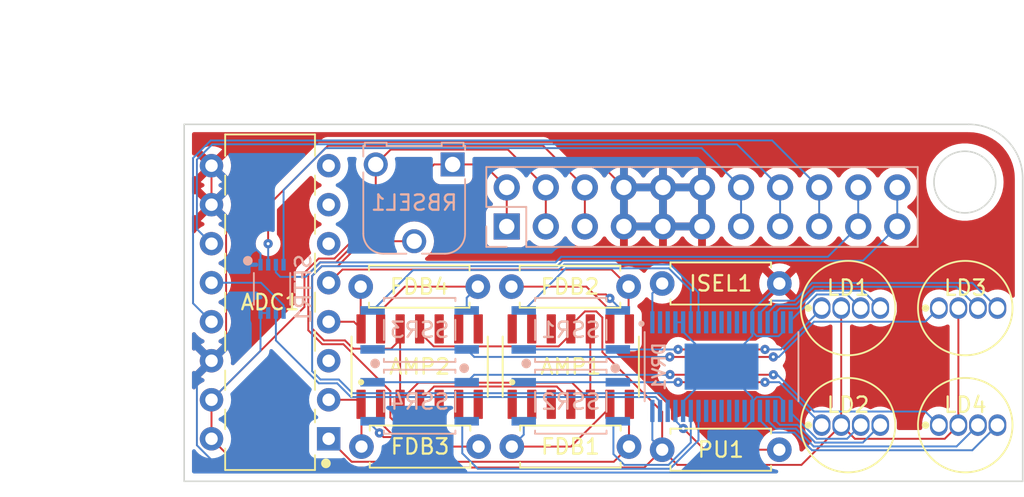
<source format=kicad_pcb>
(kicad_pcb (version 20211014) (generator pcbnew)
  (title_block (comment 4 "AISLER Project ID: TNPDERPJ"))
  (layers (0 "F.Cu" signal "Front") (31 "B.Cu" signal "Back") (34 "B.Paste" user) (35 "F.Paste" user) (36 "B.SilkS" user "B.Silkscreen") (37 "F.SilkS" user "F.Silkscreen") (38 "B.Mask" user) (39 "F.Mask" user) (44 "Edge.Cuts" user))
  (net 0 "")
  (net 3 "SPI_MOSI")
  (net 4 "SPI_MISO_5V")
  (net 5 "SPI_SCK")
  (net 6 "+5V")
  (net 7 "RB Voltage")
  (net 8 "+9V")
  (net 11 "Net-(ISEL1-Pad2)")
  (net 19 "+3V3")
  (net 20 "I2C_SDA_3V3")
  (net 21 "SPI_MISO_3V3")
  (net 22 "I2C_SDA_5V")
  (net 23 "I2C_SCL")
  (net 24 "Net-(PU1-Pad2)")
  (net 36 "Net-(ADC1-Pad1)")
  (net 37 "Net-(ADC1-Pad2)")
  (net 39 "Net-(AMP1-Pad9)")
  (net 40 "Net-(AMP1-Pad6)")
  (net 41 "Net-(AMP2-Pad2)")
  (net 48 "Net-(AMP2-Pad13)")
  (net 49 "Net-(DRV1-Pad33)")
  (net 50 "Net-(DRV1-Pad32)")
  (net 51 "/LDRow1/LD2_G")
  (net 52 "/LDRow1/LD2_B")
  (net 53 "/LDRow/LD2_G")
  (net 54 "/LDRow/LD2_B")
  (net 55 "/LDRow/LD1_B")
  (net 56 "/LDRow/LD1_G")
  (net 57 "/LDRow1/LD1_B")
  (net 58 "/LDRow1/LD1_G")
  (net 59 "Net-(DRV1-Pad7)")
  (net 60 "Net-(DRV1-Pad6)")
  (net 61 "/LDRow/LD1_R")
  (net 62 "/LDRow/LD2_R")
  (net 63 "/LDRow1/LD1_R")
  (net 64 "/LDRow1/LD2_R")
  (net 65 "GND")
  (net 67 "Net-(AMP2-Pad14)")
  (net 68 "Net-(ADC1-Pad5)")
  (footprint "Resistor - Through-Hole:footprints" (layer "F.Cu") (at 91.9226 93.599)
    (fp_text reference "FDB1")
    (fp_text value "2M" hide)
  )
  (footprint "Resistor - Through-Hole:footprints" (layer "F.Cu") (at 91.8972 83.185)
    (fp_text reference "FDB2")
    (fp_text value "2M" hide)
  )
  (footprint "RGB LED:WP154A4SEJ3VBDZGC&slash_CA" (layer "F.Cu") (at 117.602 84.582)
    (fp_text reference "LD3")
    (fp_text value "WP154A4SEJ3VBDZGC/CA" hide)
  )
  (footprint "RGB LED:WP154A4SEJ3VBDZGC&slash_CA" (layer "F.Cu") (at 109.982 92.202)
    (fp_text reference "LD2")
    (fp_text value "WP154A4SEJ3VBDZGC/CA" hide)
  )
  (footprint "Resistor - Through-Hole:footprints" (layer "F.Cu") (at 101.7016 82.9818 180)
    (fp_text reference "ISEL1")
    (fp_text value "2K" hide)
  )
  (footprint "Op-Amp:footprints" (layer "F.Cu") (at 82.1182 88.392 90)
    (fp_text reference "AMP2")
    (fp_text value "MCP619-I/SL" hide)
  )
  (footprint "RGB LED:WP154A4SEJ3VBDZGC&slash_CA" (layer "F.Cu") (at 109.982 84.582)
    (fp_text reference "LD1")
    (fp_text value "WP154A4SEJ3VBDZGC/CA" hide)
  )
  (footprint "Resistor - Through-Hole:footprints" (layer "F.Cu") (at 101.7016 93.8022)
    (fp_text reference "PU1")
    (fp_text value "10K" hide)
  )
  (footprint "ADC:MCP3008-I&slash_P" (layer "F.Cu") (at 72.39 84.201 180)
    (property "VALUE" "MCP3008-I/P-DIP16")
    (fp_text reference "ADC1")
    (fp_text value "MCU-MCP3008-I/P(DIP16-7.62MM)" hide)
  )
  (footprint "RGB LED:WP154A4SEJ3VBDZGC&slash_CA" (layer "F.Cu") (at 117.602 92.202)
    (fp_text reference "LD4")
    (fp_text value "WP154A4SEJ3VBDZGC/CA" hide)
  )
  (footprint "Op-Amp:footprints" (layer "F.Cu") (at 91.948 88.392 90)
    (fp_text reference "AMP1")
    (fp_text value "MCP619-I/SL" hide)
  )
  (footprint "Resistor - Through-Hole:footprints" (layer "F.Cu") (at 82.1436 93.599 180)
    (fp_text reference "FDB3")
    (fp_text value "2M" hide)
  )
  (footprint "Resistor - Through-Hole:footprints" (layer "F.Cu") (at 82.0928 83.185 180)
    (fp_text reference "FDB4")
    (fp_text value "2M" hide)
  )
  (footprint "Level Shifter:LSF0102DCH" (layer "B.Cu") (at 72.517 83.330163 -90)
    (fp_text reference "SFTR1")
    (fp_text value "VSSOP8_SOT765-1_NEX" hide)
  )
  (footprint "Connector_PinSocket_2.54mm:PinSocket_2x11_P2.54mm_Vertical" (layer "B.Cu") (at 87.782 79.268 -90)
    (fp_text reference "PH1" hide)
    (fp_text value "Conn_02x11_Odd_Even" hide)
  )
  (footprint "SSR:footprints" (layer "B.Cu") (at 82.1182 90.678362 180)
    (fp_text reference "SSR4")
    (fp_text value "TLP417A-TP-F" hide)
  )
  (footprint "Potentiometer_THT:Potentiometer_Runtron_RM-065_Vertical" (layer "B.Cu") (at 84.2626 75.23 180)
    (fp_text reference "RBSEL1")
    (fp_text value "100K" hide)
  )
  (footprint "SSR:footprints" (layer "B.Cu") (at 91.948 90.678362 180)
    (fp_text reference "SSR2")
    (fp_text value "TLP417A-TP-F" hide)
  )
  (footprint "SSR:footprints" (layer "B.Cu") (at 82.1182 86.004039)
    (fp_text reference "SSR3")
    (fp_text value "TLP417A-TP-F" hide)
  )
  (footprint "SSR:footprints" (layer "B.Cu") (at 91.948 86.004039)
    (fp_text reference "SSR1")
    (fp_text value "TLP417A-TP-F" hide)
  )
  (footprint "LED Driver:SOP50P640X110-39N" (layer "B.Cu") (at 101.7524 88.392 -90)
    (fp_text reference "DRV1")
    (fp_text value "PCA9956BTWY" hide)
  )
  (gr_line (start 121.3358 95.8596) (end 66.802 95.8596) (layer "Edge.Cuts") (width 0.1))
  (gr_arc (start 117.8306 72.6186) (mid 120.309151 73.645249) (end 121.3358 76.1238) (layer "Edge.Cuts") (width 0.1))
  (gr_circle (center 117.5766 76.3778) (end 119.5832 76.3778) (layer "Edge.Cuts") (width 0.1) (fill none))
  (gr_line (start 121.3358 76.1238) (end 121.3358 95.8596) (layer "Edge.Cuts") (width 0.1))
  (gr_line (start 66.802 95.8596) (end 66.802 72.6186) (layer "Edge.Cuts") (width 0.1))
  (gr_line (start 66.802 72.6186) (end 117.8306 72.6186) (layer "Edge.Cuts") (width 0.1))
  (segment (start 105.562 76.728) (end 105.562 79.268) (width 0.125) (layer "B.Cu") (net 3))
  (segment (start 67.6305 79.4415) (end 67.6305 74.917704) (width 0.125) (layer "B.Cu") (net 3))
  (segment (start 102.752 73.918) (end 105.562 76.728) (width 0.125) (layer "B.Cu") (net 3))
  (segment (start 68.630204 73.918) (end 102.752 73.918) (width 0.125) (layer "B.Cu") (net 3))
  (segment (start 67.6305 74.917704) (end 68.630204 73.918) (width 0.125) (layer "B.Cu") (net 3))
  (segment (start 68.58 80.391) (end 67.6305 79.4415) (width 0.125) (layer "B.Cu") (net 3))
  (segment (start 71.799036 82.931) (end 73.267001 84.398965) (width 0.125) (layer "B.Cu") (net 4))
  (segment (start 73.267001 84.398965) (end 73.267001 84.902164) (width 0.125) (layer "B.Cu") (net 4))
  (segment (start 68.58 82.931) (end 71.799036 82.931) (width 0.125) (layer "B.Cu") (net 4))
  (segment (start 68.58 85.471) (end 67.3805 84.2715) (width 0.125) (layer "B.Cu") (net 5))
  (segment (start 108.102 76.728) (end 108.102 79.268) (width 0.125) (layer "B.Cu") (net 5))
  (segment (start 67.3805 84.2715) (end 67.3805 74.81415) (width 0.125) (layer "B.Cu") (net 5))
  (segment (start 68.526651 73.668) (end 105.042 73.668) (width 0.125) (layer "B.Cu") (net 5))
  (segment (start 105.042 73.668) (end 108.102 76.728) (width 0.125) (layer "B.Cu") (net 5))
  (segment (start 67.3805 74.81415) (end 68.526651 73.668) (width 0.125) (layer "B.Cu") (net 5))
  (segment (start 74.6252 84.5058) (end 68.58 90.551) (width 0.125) (layer "F.Cu") (net 6))
  (segment (start 83.035138 87.0745) (end 91.1573 87.0745) (width 0.125) (layer "F.Cu") (net 6))
  (segment (start 68.58 93.091) (end 70.4505 94.9615) (width 0.125) (layer "F.Cu") (net 6))
  (segment (start 109.5356 92.202) (end 110.4246 93.091) (width 0.125) (layer "F.Cu") (net 6))
  (segment (start 93.6084 84.7995) (end 94.0005 85.1916) (width 0.125) (layer "F.Cu") (net 6))
  (segment (start 90.322 76.728) (end 90.322 79.268) (width 0.125) (layer "F.Cu") (net 6))
  (segment (start 74.6252 82.279119) (end 74.6252 84.5058) (width 0.125) (layer "F.Cu") (net 6))
  (segment (start 94.0005 87.4473) (end 97.8916 91.3384) (width 0.125) (layer "F.Cu") (net 6))
  (segment (start 98.8791 94.7897) (end 106.9479 94.7897) (width 0.125) (layer "F.Cu") (net 6))
  (segment (start 75.548119 81.3562) (end 74.6252 82.279119) (width 0.125) (layer "F.Cu") (net 6))
  (segment (start 82.1182 85.937) (end 82.1182 86.157562) (width 0.125) (layer "F.Cu") (net 6))
  (segment (start 80.2301 74.2625) (end 87.8565 74.2625) (width 0.125) (layer "F.Cu") (net 6))
  (segment (start 97.8916 93.8022) (end 98.8791 94.7897) (width 0.125) (layer "F.Cu") (net 6))
  (segment (start 82.1182 86.157562) (end 83.035138 87.0745) (width 0.125) (layer "F.Cu") (net 6))
  (segment (start 87.8565 74.2625) (end 90.322 76.728) (width 0.125) (layer "F.Cu") (net 6))
  (segment (start 116.2666 93.091) (end 117.1556 92.202) (width 0.125) (layer "F.Cu") (net 6))
  (segment (start 91.1573 87.0745) (end 91.948 86.2838) (width 0.125) (layer "F.Cu") (net 6))
  (segment (start 91.948 86.2838) (end 91.948 85.937) (width 0.125) (layer "F.Cu") (net 6))
  (segment (start 92.864938 84.7995) (end 93.6084 84.7995) (width 0.125) (layer "F.Cu") (net 6))
  (segment (start 109.5356 84.582) (end 109.5356 92.202) (width 0.125) (layer "F.Cu") (net 6))
  (segment (start 79.2626 75.23) (end 80.2301 74.2625) (width 0.125) (layer "F.Cu") (net 6))
  (segment (start 117.1556 84.582) (end 117.1556 92.202) (width 0.125) (layer "F.Cu") (net 6))
  (segment (start 76.577596 81.3562) (end 75.548119 81.3562) (width 0.125) (layer "F.Cu") (net 6))
  (segment (start 106.9479 94.7897) (end 109.5356 92.202) (width 0.125) (layer "F.Cu") (net 6))
  (segment (start 97.8916 91.3384) (end 97.8916 93.8022) (width 0.125) (layer "F.Cu") (net 6))
  (segment (start 96.7323 94.9615) (end 97.8916 93.8022) (width 0.125) (layer "F.Cu") (net 6))
  (segment (start 79.2626 78.671196) (end 79.2626 75.23) (width 0.125) (layer "F.Cu") (net 6))
  (segment (start 70.4505 94.9615) (end 96.7323 94.9615) (width 0.125) (layer "F.Cu") (net 6))
  (segment (start 110.4246 93.091) (end 116.2666 93.091) (width 0.125) (layer "F.Cu") (net 6))
  (segment (start 94.0005 85.1916) (end 94.0005 87.4473) (width 0.125) (layer "F.Cu") (net 6))
  (segment (start 91.948 85.937) (end 91.948 85.716438) (width 0.125) (layer "F.Cu") (net 6))
  (segment (start 76.577596 81.3562) (end 79.2626 78.671196) (width 0.125) (layer "F.Cu") (net 6))
  (segment (start 68.58 90.551) (end 68.58 93.091) (width 0.125) (layer "F.Cu") (net 6))
  (segment (start 91.948 85.716438) (end 92.864938 84.7995) (width 0.125) (layer "F.Cu") (net 6))
  (segment (start 97.2524 91.277) (end 97.2524 93.163) (width 0.125) (layer "B.Cu") (net 6))
  (segment (start 97.2524 93.163) (end 97.8916 93.8022) (width 0.125) (layer "B.Cu") (net 6))
  (segment (start 71.766999 87.364001) (end 71.766999 84.902164) (width 0.125) (layer "B.Cu") (net 6))
  (segment (start 71.766999 84.902164) (end 72.267 84.902164) (width 0.125) (layer "B.Cu") (net 6))
  (segment (start 68.58 90.551) (end 71.766999 87.364001) (width 0.125) (layer "B.Cu") (net 6))
  (segment (start 75.1255 85.916073) (end 75.895927 86.6865) (width 0.125) (layer "F.Cu") (net 7))
  (segment (start 92.028962 89.4374) (end 93.218 90.626438) (width 0.125) (layer "F.Cu") (net 7))
  (segment (start 93.218 90.626438) (end 93.218 90.847) (width 0.125) (layer "F.Cu") (net 7))
  (segment (start 80.264 87.2236) (end 80.8482 86.6394) (width 0.125) (layer "F.Cu") (net 7))
  (segment (start 80.8482 86.6394) (end 80.8482 85.937) (width 0.125) (layer "F.Cu") (net 7))
  (segment (start 75.754927 81.8565) (end 75.1255 82.485927) (width 0.125) (layer "F.Cu") (net 7))
  (segment (start 80.8482 85.937) (end 80.8482 90.847) (width 0.125) (layer "F.Cu") (net 7))
  (segment (start 76.784403 81.8565) (end 78.410903 80.23) (width 0.125) (layer "F.Cu") (net 7))
  (segment (start 80.8482 90.847) (end 80.8482 90.626438) (width 0.125) (layer "F.Cu") (net 7))
  (segment (start 78.410903 80.23) (end 81.7626 80.23) (width 0.125) (layer "F.Cu") (net 7))
  (segment (start 75.895927 86.6865) (end 77.261816 86.6865) (width 0.125) (layer "F.Cu") (net 7))
  (segment (start 77.261816 86.6865) (end 77.798916 87.2236) (width 0.125) (layer "F.Cu") (net 7))
  (segment (start 77.798916 87.2236) (end 80.264 87.2236) (width 0.125) (layer "F.Cu") (net 7))
  (segment (start 76.784403 81.8565) (end 75.754927 81.8565) (width 0.125) (layer "F.Cu") (net 7))
  (segment (start 80.8482 90.626438) (end 82.037238 89.4374) (width 0.125) (layer "F.Cu") (net 7))
  (segment (start 82.037238 89.4374) (end 92.028962 89.4374) (width 0.125) (layer "F.Cu") (net 7))
  (segment (start 93.218 85.937) (end 93.218 90.847) (width 0.125) (layer "F.Cu") (net 7))
  (segment (start 75.1255 82.485927) (end 75.1255 85.916073) (width 0.125) (layer "F.Cu") (net 7))
  (segment (start 83.057349 75.23) (end 84.2626 75.23) (width 0.125) (layer "F.Cu") (net 8))
  (segment (start 81.2181 91.9845) (end 82.1182 91.0844) (width 0.125) (layer "F.Cu") (net 8))
  (segment (start 76.681149 81.6062) (end 83.057349 75.23) (width 0.125) (layer "F.Cu") (net 8))
  (segment (start 83.057238 89.6874) (end 91.0336 89.6874) (width 0.125) (layer "F.Cu") (net 8))
  (segment (start 91.948 90.6018) (end 91.948 90.847) (width 0.125) (layer "F.Cu") (net 8))
  (segment (start 80.2132 91.702562) (end 80.495138 91.9845) (width 0.125) (layer "F.Cu") (net 8))
  (segment (start 82.1182 90.626438) (end 83.057238 89.6874) (width 0.125) (layer "F.Cu") (net 8))
  (segment (start 91.0336 89.6874) (end 91.948 90.6018) (width 0.125) (layer "F.Cu") (net 8))
  (segment (start 84.2626 75.23) (end 86.284 75.23) (width 0.125) (layer "F.Cu") (net 8))
  (segment (start 76.681149 81.6062) (end 75.651674 81.6062) (width 0.125) (layer "F.Cu") (net 8))
  (segment (start 86.284 75.23) (end 87.782 76.728) (width 0.125) (layer "F.Cu") (net 8))
  (segment (start 80.2132 89.991438) (end 80.2132 91.702562) (width 0.125) (layer "F.Cu") (net 8))
  (segment (start 74.8755 82.382374) (end 74.8755 86.0261) (width 0.125) (layer "F.Cu") (net 8))
  (segment (start 77.158262 86.9365) (end 80.2132 89.991438) (width 0.125) (layer "F.Cu") (net 8))
  (segment (start 75.651674 81.6062) (end 74.8755 82.382374) (width 0.125) (layer "F.Cu") (net 8))
  (segment (start 82.1182 91.0844) (end 82.1182 90.847) (width 0.125) (layer "F.Cu") (net 8))
  (segment (start 74.8755 86.0261) (end 75.7859 86.9365) (width 0.125) (layer "F.Cu") (net 8))
  (segment (start 75.7859 86.9365) (end 77.158262 86.9365) (width 0.125) (layer "F.Cu") (net 8))
  (segment (start 80.495138 91.9845) (end 81.2181 91.9845) (width 0.125) (layer "F.Cu") (net 8))
  (segment (start 82.1182 90.847) (end 82.1182 90.626438) (width 0.125) (layer "F.Cu") (net 8))
  (segment (start 87.782 76.728) (end 87.782 79.268) (width 0.125) (layer "F.Cu") (net 8))
  (segment (start 97.2524 83.621) (end 97.8916 82.9818) (width 0.125) (layer "B.Cu") (net 11))
  (segment (start 97.2524 85.507) (end 97.2524 83.621) (width 0.125) (layer "B.Cu") (net 11))
  (segment (start 76.155704 74.0125) (end 90.1465 74.0125) (width 0.125) (layer "F.Cu") (net 19))
  (segment (start 90.1465 74.0125) (end 92.862 76.728) (width 0.125) (layer "F.Cu") (net 19))
  (segment (start 72.263 77.905204) (end 76.155704 74.0125) (width 0.125) (layer "F.Cu") (net 19))
  (segment (start 72.263 80.391) (end 72.263 77.905204) (width 0.125) (layer "F.Cu") (net 19))
  (segment (start 92.862 76.728) (end 92.862 79.268) (width 0.125) (layer "F.Cu") (net 19))
  (via (at 72.263 80.391) (size 0.6) (drill 0.2) (layers "F.Cu" "B.Cu") (net 19))
  (segment (start 72.267 80.395) (end 72.263 80.391) (width 0.125) (layer "B.Cu") (net 19))
  (segment (start 72.267 81.758162) (end 72.267 80.395) (width 0.125) (layer "B.Cu") (net 19))
  (segment (start 108.6657 81.2443) (end 110.642 79.268) (width 0.125) (layer "B.Cu") (net 20))
  (segment (start 72.767 81.758162) (end 72.767 82.261361) (width 0.125) (layer "B.Cu") (net 20))
  (segment (start 91.31638 81.2443) (end 108.6657 81.2443) (width 0.125) (layer "B.Cu") (net 20))
  (segment (start 74.707873 82.55) (end 75.651373 81.6065) (width 0.125) (layer "B.Cu") (net 20))
  (segment (start 110.642 79.268) (end 110.642 76.728) (width 0.125) (layer "B.Cu") (net 20))
  (segment (start 75.651373 81.6065) (end 90.954179 81.6065) (width 0.125) (layer "B.Cu") (net 20))
  (segment (start 72.767 82.261361) (end 73.055639 82.55) (width 0.125) (layer "B.Cu") (net 20))
  (segment (start 73.055639 82.55) (end 74.707873 82.55) (width 0.125) (layer "B.Cu") (net 20))
  (segment (start 90.954179 81.6065) (end 91.31638 81.2443) (width 0.125) (layer "B.Cu") (net 20))
  (segment (start 100.462 74.168) (end 103.022 76.728) (width 0.125) (layer "B.Cu") (net 21))
  (segment (start 73.267001 76.901203) (end 76.000204 74.168) (width 0.125) (layer "B.Cu") (net 21))
  (segment (start 76.000204 74.168) (end 100.462 74.168) (width 0.125) (layer "B.Cu") (net 21))
  (segment (start 73.267001 81.758162) (end 73.267001 76.901203) (width 0.125) (layer "B.Cu") (net 21))
  (segment (start 103.022 76.728) (end 103.022 79.268) (width 0.125) (layer "B.Cu") (net 21))
  (segment (start 77.6478 90.3732) (end 76.7548 89.4802) (width 0.125) (layer "B.Cu") (net 22))
  (segment (start 72.767 86.6862) (end 72.767 84.902164) (width 0.125) (layer "B.Cu") (net 22))
  (segment (start 97.7524 91.277) (end 97.7524 90.663316) (width 0.125) (layer "B.Cu") (net 22))
  (segment (start 76.7548 89.4802) (end 75.561 89.4802) (width 0.125) (layer "B.Cu") (net 22))
  (segment (start 97.046216 90.3695) (end 97.042516 90.3732) (width 0.125) (layer "B.Cu") (net 22))
  (segment (start 97.7524 90.663316) (end 97.458584 90.3695) (width 0.125) (layer "B.Cu") (net 22))
  (segment (start 75.561 89.4802) (end 72.767 86.6862) (width 0.125) (layer "B.Cu") (net 22))
  (segment (start 97.458584 90.3695) (end 97.046216 90.3695) (width 0.125) (layer "B.Cu") (net 22))
  (segment (start 97.042516 90.3732) (end 77.6478 90.3732) (width 0.125) (layer "B.Cu") (net 22))
  (segment (start 75.1255 88.691146) (end 75.1255 82.485927) (width 0.125) (layer "B.Cu") (net 23))
  (segment (start 97.708584 90.1195) (end 95.7109 90.1195) (width 0.125) (layer "B.Cu") (net 23))
  (segment (start 91.057732 81.8565) (end 91.419933 81.4943) (width 0.125) (layer "B.Cu") (net 23))
  (segment (start 91.419933 81.4943) (end 110.9557 81.4943) (width 0.125) (layer "B.Cu") (net 23))
  (segment (start 77.751354 90.1232) (end 76.858353 89.2302) (width 0.125) (layer "B.Cu") (net 23))
  (segment (start 75.664554 89.2302) (end 75.1255 88.691146) (width 0.125) (layer "B.Cu") (net 23))
  (segment (start 76.858353 89.2302) (end 75.664554 89.2302) (width 0.125) (layer "B.Cu") (net 23))
  (segment (start 98.2524 91.277) (end 98.2524 90.663316) (width 0.125) (layer "B.Cu") (net 23))
  (segment (start 75.1255 82.485927) (end 75.754927 81.8565) (width 0.125) (layer "B.Cu") (net 23))
  (segment (start 113.182 76.728) (end 113.182 79.268) (width 0.125) (layer "B.Cu") (net 23))
  (segment (start 95.7109 90.1195) (end 95.7072 90.1232) (width 0.125) (layer "B.Cu") (net 23))
  (segment (start 95.7072 90.1232) (end 77.751354 90.1232) (width 0.125) (layer "B.Cu") (net 23))
  (segment (start 110.9557 81.4943) (end 113.182 79.268) (width 0.125) (layer "B.Cu") (net 23))
  (segment (start 98.2524 90.663316) (end 97.708584 90.1195) (width 0.125) (layer "B.Cu") (net 23))
  (segment (start 75.754927 81.8565) (end 91.057732 81.8565) (width 0.125) (layer "B.Cu") (net 23))
  (segment (start 100.6461 93.8022) (end 105.5116 93.8022) (width 0.125) (layer "F.Cu") (net 24))
  (segment (start 99.2654 92.4215) (end 100.6461 93.8022) (width 0.125) (layer "F.Cu") (net 24))
  (via (at 99.2654 92.4215) (size 0.6) (drill 0.2) (layers "F.Cu" "B.Cu") (net 24))
  (segment (start 98.7524 91.9085) (end 99.2654 92.4215) (width 0.125) (layer "B.Cu") (net 24))
  (segment (start 98.7524 91.277) (end 98.7524 91.9085) (width 0.125) (layer "B.Cu") (net 24))
  (segment (start 76.2 93.091) (end 77.6955 94.5865) (width 0.125) (layer "F.Cu") (net 36))
  (segment (start 95.7326 90.8724) (end 95.7326 93.599) (width 0.125) (layer "F.Cu") (net 36))
  (segment (start 95.758 90.847) (end 95.7326 90.8724) (width 0.125) (layer "F.Cu") (net 36))
  (segment (start 77.6955 94.5865) (end 94.7451 94.5865) (width 0.125) (layer "F.Cu") (net 36))
  (segment (start 94.7451 94.5865) (end 95.7326 93.599) (width 0.125) (layer "F.Cu") (net 36))
  (segment (start 78.0122 90.551) (end 76.2 90.551) (width 0.125) (layer "F.Cu") (net 37))
  (segment (start 78.3082 90.847) (end 78.3336 90.8724) (width 0.125) (layer "F.Cu") (net 37))
  (segment (start 78.3336 90.8724) (end 78.3336 93.599) (width 0.125) (layer "F.Cu") (net 37))
  (segment (start 78.3082 90.847) (end 78.0122 90.551) (width 0.125) (layer "F.Cu") (net 37))
  (segment (start 94.488 84.709) (end 93.472 83.693) (width 0.125) (layer "F.Cu") (net 39))
  (segment (start 94.234 83.693) (end 93.472 83.693) (width 0.125) (layer "F.Cu") (net 39))
  (segment (start 94.488 83.947) (end 94.234 83.693) (width 0.125) (layer "F.Cu") (net 39))
  (segment (start 94.488 85.937) (end 94.488 84.709) (width 0.125) (layer "F.Cu") (net 39))
  (segment (start 92.964 83.185) (end 88.0872 83.185) (width 0.125) (layer "F.Cu") (net 39))
  (segment (start 93.472 83.693) (end 92.964 83.185) (width 0.125) (layer "F.Cu") (net 39))
  (via (at 94.488 83.947) (size 0.6) (drill 0.2) (layers "F.Cu" "B.Cu") (net 39))
  (segment (start 95.0087 84.734039) (end 95.0087 84.4677) (width 0.125) (layer "B.Cu") (net 39))
  (segment (start 95.0087 84.4677) (end 94.488 83.947) (width 0.125) (layer "B.Cu") (net 39))
  (segment (start 94.488 90.847) (end 94.488 91.067562) (width 0.125) (layer "F.Cu") (net 40))
  (segment (start 91.956562 93.599) (end 88.1126 93.599) (width 0.125) (layer "F.Cu") (net 40))
  (segment (start 94.488 91.067562) (end 91.956562 93.599) (width 0.125) (layer "F.Cu") (net 40))
  (segment (start 88.8873 92.8243) (end 88.1126 93.599) (width 0.125) (layer "B.Cu") (net 40))
  (segment (start 88.8873 91.948362) (end 88.8873 92.8243) (width 0.125) (layer "B.Cu") (net 40))
  (segment (start 80.503159 92.978841) (end 81.123319 93.599) (width 0.125) (layer "F.Cu") (net 41))
  (segment (start 79.770841 92.978841) (end 80.503159 92.978841) (width 0.125) (layer "F.Cu") (net 41))
  (segment (start 79.502 92.71) (end 79.770841 92.978841) (width 0.125) (layer "F.Cu") (net 41))
  (segment (start 81.123319 93.599) (end 85.9536 93.599) (width 0.125) (layer "F.Cu") (net 41))
  (segment (start 79.5782 90.847) (end 79.5782 92.053881) (width 0.125) (layer "F.Cu") (net 41))
  (segment (start 79.5782 92.053881) (end 80.503159 92.978841) (width 0.125) (layer "F.Cu") (net 41))
  (via (at 79.502 92.71) (size 0.6) (drill 0.2) (layers "F.Cu" "B.Cu") (net 41))
  (segment (start 79.0575 91.948362) (end 79.0575 92.2655) (width 0.125) (layer "B.Cu") (net 41))
  (segment (start 79.0575 92.2655) (end 79.502 92.71) (width 0.125) (layer "B.Cu") (net 41))
  (segment (start 79.5782 84.7598) (end 81.153 83.185) (width 0.125) (layer "F.Cu") (net 48))
  (segment (start 81.153 83.185) (end 85.9028 83.185) (width 0.125) (layer "F.Cu") (net 48))
  (segment (start 79.5782 85.937) (end 79.5782 84.7598) (width 0.125) (layer "F.Cu") (net 48))
  (segment (start 85.9028 83.185) (end 85.1789 83.9089) (width 0.125) (layer "B.Cu") (net 48))
  (segment (start 85.1789 83.9089) (end 85.1789 84.734039) (width 0.125) (layer "B.Cu") (net 48))
  (segment (start 94.7197 92.237362) (end 95.0087 91.948362) (width 0.125) (layer "B.Cu") (net 49))
  (segment (start 95.4247 94.7897) (end 94.7197 94.0847) (width 0.125) (layer "B.Cu") (net 49))
  (segment (start 99.7524 93.337936) (end 98.300636 94.7897) (width 0.125) (layer "B.Cu") (net 49))
  (segment (start 94.7197 94.0847) (end 94.7197 92.237362) (width 0.125) (layer "B.Cu") (net 49))
  (segment (start 99.7524 91.277) (end 99.7524 93.337936) (width 0.125) (layer "B.Cu") (net 49))
  (segment (start 98.300636 94.7897) (end 95.4247 94.7897) (width 0.125) (layer "B.Cu") (net 49))
  (segment (start 85.1789 91.948362) (end 84.8899 92.237362) (width 0.125) (layer "B.Cu") (net 50))
  (segment (start 84.8899 94.0339) (end 85.8957 95.0397) (width 0.125) (layer "B.Cu") (net 50))
  (segment (start 84.8899 92.237362) (end 84.8899 94.0339) (width 0.125) (layer "B.Cu") (net 50))
  (segment (start 85.8957 95.0397) (end 98.40419 95.0397) (width 0.125) (layer "B.Cu") (net 50))
  (segment (start 100.2524 93.19149) (end 100.2524 91.277) (width 0.125) (layer "B.Cu") (net 50))
  (segment (start 98.40419 95.0397) (end 100.2524 93.19149) (width 0.125) (layer "B.Cu") (net 50))
  (segment (start 106.48705 92.6845) (end 107.640553 93.838) (width 0.125) (layer "B.Cu") (net 51))
  (segment (start 104.2524 91.277) (end 104.2524 91.890684) (width 0.125) (layer "B.Cu") (net 51))
  (segment (start 107.640553 93.838) (end 118.0596 93.838) (width 0.125) (layer "B.Cu") (net 51))
  (segment (start 105.046216 92.6845) (end 106.48705 92.6845) (width 0.125) (layer "B.Cu") (net 51))
  (segment (start 104.2524 91.890684) (end 105.046216 92.6845) (width 0.125) (layer "B.Cu") (net 51))
  (segment (start 118.0596 93.838) (end 119.6956 92.202) (width 0.125) (layer "B.Cu") (net 51))
  (segment (start 104.7524 91.277) (end 104.7524 91.890684) (width 0.125) (layer "B.Cu") (net 52))
  (segment (start 104.7524 91.890684) (end 105.296216 92.4345) (width 0.125) (layer "B.Cu") (net 52))
  (segment (start 106.590604 92.4345) (end 107.744106 93.588) (width 0.125) (layer "B.Cu") (net 52))
  (segment (start 105.296216 92.4345) (end 106.590604 92.4345) (width 0.125) (layer "B.Cu") (net 52))
  (segment (start 117.0396 93.588) (end 118.4256 92.202) (width 0.125) (layer "B.Cu") (net 52))
  (segment (start 107.744106 93.588) (end 117.0396 93.588) (width 0.125) (layer "B.Cu") (net 52))
  (segment (start 105.546216 92.1845) (end 106.694158 92.1845) (width 0.125) (layer "B.Cu") (net 53))
  (segment (start 105.2524 91.277) (end 105.2524 91.890684) (width 0.125) (layer "B.Cu") (net 53))
  (segment (start 107.847659 93.338) (end 110.9396 93.338) (width 0.125) (layer "B.Cu") (net 53))
  (segment (start 105.2524 91.890684) (end 105.546216 92.1845) (width 0.125) (layer "B.Cu") (net 53))
  (segment (start 106.694158 92.1845) (end 107.847659 93.338) (width 0.125) (layer "B.Cu") (net 53))
  (segment (start 110.9396 93.338) (end 112.0756 92.202) (width 0.125) (layer "B.Cu") (net 53))
  (segment (start 109.9196 93.088) (end 110.8056 92.202) (width 0.125) (layer "B.Cu") (net 54))
  (segment (start 106.2524 91.389188) (end 107.951212 93.088) (width 0.125) (layer "B.Cu") (net 54))
  (segment (start 107.951212 93.088) (end 109.9196 93.088) (width 0.125) (layer "B.Cu") (net 54))
  (segment (start 106.2524 91.277) (end 106.2524 91.389188) (width 0.125) (layer "B.Cu") (net 54))
  (segment (start 106.2524 85.394812) (end 106.2524 85.507) (width 0.125) (layer "B.Cu") (net 55))
  (segment (start 109.9196 83.696) (end 107.951212 83.696) (width 0.125) (layer "B.Cu") (net 55))
  (segment (start 107.951212 83.696) (end 106.2524 85.394812) (width 0.125) (layer "B.Cu") (net 55))
  (segment (start 110.8056 84.582) (end 109.9196 83.696) (width 0.125) (layer "B.Cu") (net 55))
  (segment (start 105.2524 85.507) (end 105.2524 84.893316) (width 0.125) (layer "B.Cu") (net 56))
  (segment (start 105.546216 84.5995) (end 106.694158 84.5995) (width 0.125) (layer "B.Cu") (net 56))
  (segment (start 110.9396 83.446) (end 112.0756 84.582) (width 0.125) (layer "B.Cu") (net 56))
  (segment (start 107.847659 83.446) (end 110.9396 83.446) (width 0.125) (layer "B.Cu") (net 56))
  (segment (start 106.694158 84.5995) (end 107.847659 83.446) (width 0.125) (layer "B.Cu") (net 56))
  (segment (start 105.2524 84.893316) (end 105.546216 84.5995) (width 0.125) (layer "B.Cu") (net 56))
  (segment (start 107.744106 83.196) (end 117.0396 83.196) (width 0.125) (layer "B.Cu") (net 57))
  (segment (start 106.590604 84.3495) (end 107.744106 83.196) (width 0.125) (layer "B.Cu") (net 57))
  (segment (start 104.7524 85.507) (end 104.7524 84.893316) (width 0.125) (layer "B.Cu") (net 57))
  (segment (start 105.296216 84.3495) (end 106.590604 84.3495) (width 0.125) (layer "B.Cu") (net 57))
  (segment (start 104.7524 84.893316) (end 105.296216 84.3495) (width 0.125) (layer "B.Cu") (net 57))
  (segment (start 117.0396 83.196) (end 118.4256 84.582) (width 0.125) (layer "B.Cu") (net 57))
  (segment (start 118.0596 82.946) (end 119.6956 84.582) (width 0.125) (layer "B.Cu") (net 58))
  (segment (start 104.2524 85.507) (end 104.2524 84.893316) (width 0.125) (layer "B.Cu") (net 58))
  (segment (start 104.2524 84.893316) (end 105.046216 84.0995) (width 0.125) (layer "B.Cu") (net 58))
  (segment (start 105.046216 84.0995) (end 106.48705 84.0995) (width 0.125) (layer "B.Cu") (net 58))
  (segment (start 106.48705 84.0995) (end 107.640553 82.946) (width 0.125) (layer "B.Cu") (net 58))
  (segment (start 107.640553 82.946) (end 118.0596 82.946) (width 0.125) (layer "B.Cu") (net 58))
  (segment (start 98.430054 81.7443) (end 100.2524 83.566646) (width 0.125) (layer "B.Cu") (net 59))
  (segment (start 91.161285 82.1065) (end 91.523486 81.7443) (width 0.125) (layer "B.Cu") (net 59))
  (segment (start 100.2524 83.566646) (end 100.2524 85.507) (width 0.125) (layer "B.Cu") (net 59))
  (segment (start 79.0575 84.734039) (end 81.685039 82.1065) (width 0.125) (layer "B.Cu") (net 59))
  (segment (start 81.685039 82.1065) (end 91.161285 82.1065) (width 0.125) (layer "B.Cu") (net 59))
  (segment (start 91.523486 81.7443) (end 98.430054 81.7443) (width 0.125) (layer "B.Cu") (net 59))
  (segment (start 99.7524 83.4202) (end 99.7524 85.507) (width 0.125) (layer "B.Cu") (net 60))
  (segment (start 98.3265 81.9943) (end 99.7524 83.4202) (width 0.125) (layer "B.Cu") (net 60))
  (segment (start 88.8873 84.734039) (end 91.627039 81.9943) (width 0.125) (layer "B.Cu") (net 60))
  (segment (start 91.627039 81.9943) (end 98.3265 81.9943) (width 0.125) (layer "B.Cu") (net 60))
  (segment (start 98.927898 87.2744) (end 104.576902 87.2744) (width 0.125) (layer "F.Cu") (net 61))
  (via (at 98.927898 87.2744) (size 0.6) (drill 0.2) (layers "F.Cu" "B.Cu") (net 61))
  (via (at 104.576902 87.2744) (size 0.6) (drill 0.2) (layers "F.Cu" "B.Cu") (net 61))
  (segment (start 98.927537 87.274039) (end 98.927898 87.2744) (width 0.125) (layer "B.Cu") (net 61))
  (segment (start 105.6132 87.2744) (end 108.2656 84.622) (width 0.125) (layer "B.Cu") (net 61))
  (segment (start 95.0087 87.274039) (end 98.927537 87.274039) (width 0.125) (layer "B.Cu") (net 61))
  (segment (start 108.2656 84.622) (end 108.2656 84.582) (width 0.125) (layer "B.Cu") (net 61))
  (segment (start 104.576902 87.2744) (end 105.6132 87.2744) (width 0.125) (layer "B.Cu") (net 61))
  (segment (start 88.8873 87.274039) (end 95.0087 87.274039) (width 0.125) (layer "B.Cu") (net 61))
  (segment (start 98.927898 89.408) (end 104.576902 89.408) (width 0.125) (layer "F.Cu") (net 62))
  (via (at 98.927898 89.408) (size 0.6) (drill 0.2) (layers "F.Cu" "B.Cu") (net 62))
  (via (at 104.576902 89.408) (size 0.6) (drill 0.2) (layers "F.Cu" "B.Cu") (net 62))
  (segment (start 98.927536 89.408362) (end 98.927898 89.408) (width 0.125) (layer "B.Cu") (net 62))
  (segment (start 104.576902 89.408) (end 105.5116 89.408) (width 0.125) (layer "B.Cu") (net 62))
  (segment (start 88.8873 89.408362) (end 95.0087 89.408362) (width 0.125) (layer "B.Cu") (net 62))
  (segment (start 95.0087 89.408362) (end 98.927536 89.408362) (width 0.125) (layer "B.Cu") (net 62))
  (segment (start 105.5116 89.408) (end 108.2656 92.162) (width 0.125) (layer "B.Cu") (net 62))
  (segment (start 108.2656 92.162) (end 108.2656 92.202) (width 0.125) (layer "B.Cu") (net 62))
  (segment (start 98.383697 87.7619) (end 98.382836 87.761039) (width 0.125) (layer "F.Cu") (net 63))
  (segment (start 105.119145 87.7614) (end 105.118645 87.7619) (width 0.125) (layer "F.Cu") (net 63))
  (segment (start 105.118645 87.7619) (end 98.383697 87.7619) (width 0.125) (layer "F.Cu") (net 63))
  (via (at 105.119145 87.7614) (size 0.6) (drill 0.2) (layers "F.Cu" "B.Cu") (net 63))
  (via (at 98.382836 87.761039) (size 0.6) (drill 0.2) (layers "F.Cu" "B.Cu") (net 63))
  (segment (start 85.1789 87.274039) (end 85.6659 87.761039) (width 0.125) (layer "B.Cu") (net 63))
  (segment (start 107.773154 85.468) (end 114.9996 85.468) (width 0.125) (layer "B.Cu") (net 63))
  (segment (start 79.0575 87.274039) (end 85.1789 87.274039) (width 0.125) (layer "B.Cu") (net 63))
  (segment (start 85.6659 87.761039) (end 98.382836 87.761039) (width 0.125) (layer "B.Cu") (net 63))
  (segment (start 105.119145 87.7614) (end 105.479754 87.7614) (width 0.125) (layer "B.Cu") (net 63))
  (segment (start 114.9996 85.468) (end 115.8856 84.582) (width 0.125) (layer "B.Cu") (net 63))
  (segment (start 105.479754 87.7614) (end 107.773154 85.468) (width 0.125) (layer "B.Cu") (net 63))
  (segment (start 98.400743 88.910997) (end 98.410746 88.921) (width 0.125) (layer "F.Cu") (net 64))
  (segment (start 98.410746 88.921) (end 105.124738 88.921) (width 0.125) (layer "F.Cu") (net 64))
  (via (at 98.400743 88.910997) (size 0.6) (drill 0.2) (layers "F.Cu" "B.Cu") (net 64))
  (via (at 105.124738 88.921) (size 0.6) (drill 0.2) (layers "F.Cu" "B.Cu") (net 64))
  (segment (start 107.773154 91.316) (end 114.9996 91.316) (width 0.125) (layer "B.Cu") (net 64))
  (segment (start 85.661862 88.9254) (end 98.38634 88.9254) (width 0.125) (layer "B.Cu") (net 64))
  (segment (start 114.9996 91.316) (end 115.8856 92.202) (width 0.125) (layer "B.Cu") (net 64))
  (segment (start 85.1789 89.408362) (end 85.661862 88.9254) (width 0.125) (layer "B.Cu") (net 64))
  (segment (start 105.124738 88.921) (end 105.378154 88.921) (width 0.125) (layer "B.Cu") (net 64))
  (segment (start 79.0575 89.408362) (end 85.1789 89.408362) (width 0.125) (layer "B.Cu") (net 64))
  (segment (start 98.38634 88.9254) (end 98.400743 88.910997) (width 0.125) (layer "B.Cu") (net 64))
  (segment (start 105.378154 88.921) (end 107.773154 91.316) (width 0.125) (layer "B.Cu") (net 64))
  (segment (start 68.58 75.311) (end 68.58 77.851) (width 0.125) (layer "F.Cu") (net 65))
  (segment (start 70.1285 73.7625) (end 68.58 75.311) (width 0.125) (layer "F.Cu") (net 65))
  (segment (start 95.402 76.728) (end 95.402 79.268) (width 0.125) (layer "F.Cu") (net 65))
  (segment (start 95.402 76.728) (end 92.4365 73.7625) (width 0.125) (layer "F.Cu") (net 65))
  (segment (start 68.58 88.011) (end 69.5295 87.0615) (width 0.125) (layer "F.Cu") (net 65))
  (segment (start 97.942 79.268) (end 100.482 79.268) (width 0.125) (layer "F.Cu") (net 65))
  (segment (start 69.5295 78.8005) (end 68.58 77.851) (width 0.125) (layer "F.Cu") (net 65))
  (segment (start 97.942 76.728) (end 100.482 76.728) (width 0.125) (layer "F.Cu") (net 65))
  (segment (start 92.4365 73.7625) (end 70.1285 73.7625) (width 0.125) (layer "F.Cu") (net 65))
  (segment (start 95.402 79.268) (end 97.942 79.268) (width 0.125) (layer "F.Cu") (net 65))
  (segment (start 69.5295 87.0615) (end 69.5295 78.8005) (width 0.125) (layer "F.Cu") (net 65))
  (segment (start 95.402 76.728) (end 97.942 76.728) (width 0.125) (layer "F.Cu") (net 65))
  (segment (start 101.523716 88.392) (end 101.7524 88.392) (width 0.125) (layer "B.Cu") (net 65))
  (segment (start 99.2524 85.507) (end 99.2524 86.120684) (width 0.125) (layer "B.Cu") (net 65))
  (segment (start 71.766999 81.037999) (end 71.766999 81.758162) (width 0.125) (layer "B.Cu") (net 65))
  (segment (start 105.7524 85.507) (end 105.7524 86.120684) (width 0.125) (layer "B.Cu") (net 65))
  (segment (start 67.6305 88.9605) (end 67.6305 93.5131) (width 0.125) (layer "B.Cu") (net 65))
  (segment (start 105.458584 86.4145) (end 104.046216 86.4145) (width 0.125) (layer "B.Cu") (net 65))
  (segment (start 103.7524 86.392) (end 101.7524 88.392) (width 0.125) (layer "B.Cu") (net 65))
  (segment (start 103.7524 86.120684) (end 103.7524 85.507) (width 0.125) (layer "B.Cu") (net 65))
  (segment (start 99.2524 91.277) (end 99.2524 90.663316) (width 0.125) (layer "B.Cu") (net 65))
  (segment (start 98.7524 85.507) (end 99.2524 85.507) (width 0.125) (layer "B.Cu") (net 65))
  (segment (start 104.046216 86.4145) (end 103.7524 86.120684) (width 0.125) (layer "B.Cu") (net 65))
  (segment (start 68.58 77.851) (end 71.766999 81.037999) (width 0.125) (layer "B.Cu") (net 65))
  (segment (start 99.2524 86.120684) (end 101.523716 88.392) (width 0.125) (layer "B.Cu") (net 65))
  (segment (start 99.2524 90.663316) (end 101.523716 88.392) (width 0.125) (layer "B.Cu") (net 65))
  (segment (start 103.7524 84.741) (end 103.7524 85.507) (width 0.125) (layer "B.Cu") (net 65))
  (segment (start 103.7524 85.507) (end 103.7524 86.392) (width 0.125) (layer "B.Cu") (net 65))
  (segment (start 105.5079 90.3695) (end 105.7524 90.614) (width 0.125) (layer "B.Cu") (net 65))
  (segment (start 103.7524 91.277) (end 103.7524 90.392) (width 0.125) (layer "B.Cu") (net 65))
  (segment (start 67.6305 93.5131) (end 69.4071 95.2897) (width 0.125) (layer "B.Cu") (net 65))
  (segment (start 103.7524 90.663316) (end 104.046216 90.3695) (width 0.125) (layer "B.Cu") (net 65))
  (segment (start 103.7524 91.890684) (end 103.7524 91.277) (width 0.125) (layer "B.Cu") (net 65))
  (segment (start 103.7524 91.277) (end 103.7524 90.663316) (width 0.125) (layer "B.Cu") (net 65))
  (segment (start 100.353384 95.2897) (end 103.7524 91.890684) (width 0.125) (layer "B.Cu") (net 65))
  (segment (start 68.58 88.011) (end 67.6305 88.9605) (width 0.125) (layer "B.Cu") (net 65))
  (segment (start 105.5116 82.9818) (end 103.7524 84.741) (width 0.125) (layer "B.Cu") (net 65))
  (segment (start 104.046216 90.3695) (end 105.5079 90.3695) (width 0.125) (layer "B.Cu") (net 65))
  (segment (start 69.4071 95.2897) (end 100.353384 95.2897) (width 0.125) (layer "B.Cu") (net 65))
  (segment (start 105.7524 86.120684) (end 105.458584 86.4145) (width 0.125) (layer "B.Cu") (net 65))
  (segment (start 105.7524 90.614) (end 105.7524 91.277) (width 0.125) (layer "B.Cu") (net 65))
  (segment (start 103.7524 90.392) (end 101.7524 88.392) (width 0.125) (layer "B.Cu") (net 65))
  (segment (start 77.8422 85.471) (end 76.2 85.471) (width 0.125) (layer "F.Cu") (net 67))
  (segment (start 78.2828 85.9116) (end 78.3082 85.937) (width 0.125) (layer "F.Cu") (net 67))
  (segment (start 78.2828 83.185) (end 78.2828 85.9116) (width 0.125) (layer "F.Cu") (net 67))
  (segment (start 78.3082 85.937) (end 77.8422 85.471) (width 0.125) (layer "F.Cu") (net 67))
  (segment (start 94.5947 82.0725) (end 77.098733 82.0725) (width 0.125) (layer "F.Cu") (net 68))
  (segment (start 95.758 85.937) (end 95.7072 85.8862) (width 0.125) (layer "F.Cu") (net 68))
  (segment (start 76.240233 82.931) (end 76.2 82.931) (width 0.125) (layer "F.Cu") (net 68))
  (segment (start 77.098733 82.0725) (end 76.240233 82.931) (width 0.125) (layer "F.Cu") (net 68))
  (segment (start 95.7072 85.8862) (end 95.7072 83.185) (width 0.125) (layer "F.Cu") (net 68))
  (segment (start 95.7072 83.185) (end 94.5947 82.0725) (width 0.125) (layer "F.Cu") (net 68))
  (zone (net 65) (net_name "GND") (layers F&B.Cu) (connect_pads (clearance 0.508)) (min_thickness 0.254) (fill yes (thermal_gap 0.508) (thermal_bridge_width 0.508))
    (polygon (pts (xy 121.3866 95.9104) (xy 66.7512 95.9104) (xy 66.7512 72.5678) (xy 121.3866 72.5678)))
  )
)
</source>
